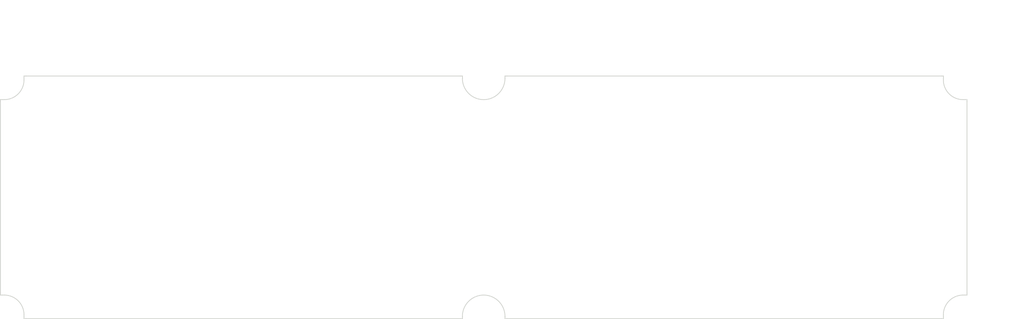
<source format=kicad_pcb>
(kicad_pcb (version 20171130) (host pcbnew "(5.1.0)-1")

  (general
    (thickness 1.6)
    (drawings 80)
    (tracks 0)
    (zones 0)
    (modules 0)
    (nets 1)
  )

  (page A3)
  (layers
    (0 F.Cu signal)
    (31 B.Cu signal)
    (32 B.Adhes user)
    (33 F.Adhes user)
    (34 B.Paste user)
    (35 F.Paste user)
    (36 B.SilkS user)
    (37 F.SilkS user)
    (38 B.Mask user)
    (39 F.Mask user)
    (40 Dwgs.User user)
    (41 Cmts.User user)
    (42 Eco1.User user)
    (43 Eco2.User user)
    (44 Edge.Cuts user)
    (45 Margin user)
    (46 B.CrtYd user)
    (47 F.CrtYd user)
    (48 B.Fab user)
    (49 F.Fab user)
  )

  (setup
    (last_trace_width 0.25)
    (trace_clearance 0.2)
    (zone_clearance 0.508)
    (zone_45_only no)
    (trace_min 0.2)
    (via_size 0.8)
    (via_drill 0.4)
    (via_min_size 0.4)
    (via_min_drill 0.3)
    (uvia_size 0.3)
    (uvia_drill 0.1)
    (uvias_allowed no)
    (uvia_min_size 0.2)
    (uvia_min_drill 0.1)
    (edge_width 0.2)
    (segment_width 0.2)
    (pcb_text_width 0.3)
    (pcb_text_size 1.5 1.5)
    (mod_edge_width 0.12)
    (mod_text_size 1 1)
    (mod_text_width 0.15)
    (pad_size 1.524 1.524)
    (pad_drill 0.762)
    (pad_to_mask_clearance 0.051)
    (solder_mask_min_width 0.25)
    (aux_axis_origin 0 0)
    (visible_elements FFFFFF7F)
    (pcbplotparams
      (layerselection 0x010fc_ffffffff)
      (usegerberextensions false)
      (usegerberattributes false)
      (usegerberadvancedattributes false)
      (creategerberjobfile false)
      (excludeedgelayer true)
      (linewidth 0.152400)
      (plotframeref false)
      (viasonmask false)
      (mode 1)
      (useauxorigin false)
      (hpglpennumber 1)
      (hpglpenspeed 20)
      (hpglpendiameter 15.000000)
      (psnegative false)
      (psa4output false)
      (plotreference true)
      (plotvalue true)
      (plotinvisibletext false)
      (padsonsilk false)
      (subtractmaskfromsilk false)
      (outputformat 1)
      (mirror false)
      (drillshape 1)
      (scaleselection 1)
      (outputdirectory ""))
  )

  (net 0 "")

  (net_class Default "This is the default net class."
    (clearance 0.2)
    (trace_width 0.25)
    (via_dia 0.8)
    (via_drill 0.4)
    (uvia_dia 0.3)
    (uvia_drill 0.1)
  )

  (gr_line (start 323.896485 181.400022) (end 323.896485 180.900141) (layer Edge.Cuts) (width 0.2) (tstamp 5E29BBF0))
  (gr_line (start 323.396604 181.400022) (end 323.896485 181.400022) (layer Edge.Cuts) (width 0.2))
  (gr_line (start 212.471 181.400022) (end 212.471 180.8988) (layer Edge.Cuts) (width 0.2))
  (gr_line (start 212.966637 181.400022) (end 212.471 181.400022) (layer Edge.Cuts) (width 0.2))
  (gr_line (start 201.6379 181.400022) (end 201.646485 180.900141) (layer Edge.Cuts) (width 0.2) (tstamp 5E29BBA4))
  (gr_line (start 201.146604 181.400022) (end 201.6379 181.400022) (layer Edge.Cuts) (width 0.2))
  (gr_line (start 329.896485 175.400022) (end 329.396604 175.400022) (layer Edge.Cuts) (width 0.2) (tstamp 5E1901C1))
  (gr_line (start 329.896485 174.900141) (end 329.896485 175.400022) (layer Edge.Cuts) (width 0.2))
  (gr_line (start 201.646485 119.720293) (end 201.646485 120.220174) (layer Edge.Cuts) (width 0.2) (tstamp 5E19015D))
  (gr_line (start 201.146604 119.720293) (end 201.646485 119.720293) (layer Edge.Cuts) (width 0.2))
  (gr_line (start 329.896485 125.720293) (end 329.896485 126.220174) (layer Edge.Cuts) (width 0.2) (tstamp 5E19011F))
  (gr_line (start 329.396604 125.720293) (end 329.896485 125.720293) (layer Edge.Cuts) (width 0.2))
  (gr_line (start 323.896485 119.720293) (end 323.896485 120.220174) (layer Edge.Cuts) (width 0.2) (tstamp 5E190075))
  (gr_line (start 323.396604 119.720293) (end 323.896485 119.720293) (layer Edge.Cuts) (width 0.2))
  (gr_line (start 212.966837 119.720293) (end 212.466956 119.720293) (layer Edge.Cuts) (width 0.2) (tstamp 5E18FE37))
  (gr_line (start 212.466956 119.720293) (end 212.466956 120.220174) (layer Edge.Cuts) (width 0.2) (tstamp 5E18FE36))
  (gr_line (start 90.216756 119.720293) (end 90.216756 120.220174) (layer Edge.Cuts) (width 0.2) (tstamp 5E18FD24))
  (gr_line (start 90.716637 119.720293) (end 90.216756 119.720293) (layer Edge.Cuts) (width 0.2))
  (gr_line (start 84.216756 125.720293) (end 84.716637 125.720293) (layer Edge.Cuts) (width 0.2) (tstamp 5E18FCCD))
  (gr_line (start 84.216756 126.220174) (end 84.216756 125.720293) (layer Edge.Cuts) (width 0.2))
  (gr_line (start 90.216756 181.400022) (end 90.716637 181.400022) (layer Edge.Cuts) (width 0.2) (tstamp 5E18FC4B))
  (gr_line (start 90.216756 180.900141) (end 90.216756 181.400022) (layer Edge.Cuts) (width 0.2))
  (gr_line (start 84.216756 175.3997) (end 84.716637 175.400022) (layer Edge.Cuts) (width 0.2) (tstamp 5E18FB2A))
  (gr_line (start 84.216756 174.900141) (end 84.216756 175.3997) (layer Edge.Cuts) (width 0.2))
  (gr_line (start 201.646485 180.900141) (end 201.646485 180.810157) (layer Edge.Cuts) (width 0.2))
  (gr_arc (start 207.05662 180.810157) (end 212.466756 180.810157) (angle -180) (layer Edge.Cuts) (width 0.2))
  (gr_line (start 212.466756 180.810157) (end 212.466756 180.900141) (layer Edge.Cuts) (width 0.2))
  (gr_line (start 212.966637 181.400022) (end 323.396604 181.400022) (layer Edge.Cuts) (width 0.2))
  (gr_line (start 323.896485 180.900141) (end 323.896485 180.410157) (layer Edge.Cuts) (width 0.2))
  (gr_arc (start 328.90662 180.410157) (end 328.90662 175.400022) (angle -90) (layer Edge.Cuts) (width 0.2))
  (gr_line (start 328.90662 175.400022) (end 329.396604 175.400022) (layer Edge.Cuts) (width 0.2))
  (gr_line (start 329.896485 174.900141) (end 329.896485 126.220174) (layer Edge.Cuts) (width 0.2))
  (gr_line (start 329.396604 125.720293) (end 328.90662 125.720293) (layer Edge.Cuts) (width 0.2))
  (gr_arc (start 328.90662 120.710157) (end 323.896485 120.710157) (angle -90) (layer Edge.Cuts) (width 0.2))
  (gr_line (start 323.896485 120.710157) (end 323.896485 120.220174) (layer Edge.Cuts) (width 0.2))
  (gr_line (start 323.396604 119.720293) (end 212.966637 119.720293) (layer Edge.Cuts) (width 0.2))
  (gr_line (start 212.466756 120.220174) (end 212.466756 120.310157) (layer Edge.Cuts) (width 0.2))
  (gr_arc (start 207.05662 120.310157) (end 201.646485 120.310157) (angle -180) (layer Edge.Cuts) (width 0.2))
  (gr_line (start 201.646485 120.310157) (end 201.646485 120.220174) (layer Edge.Cuts) (width 0.2))
  (gr_line (start 201.146604 119.720293) (end 90.716637 119.720293) (layer Edge.Cuts) (width 0.2))
  (gr_line (start 90.216756 120.220174) (end 90.216756 120.710157) (layer Edge.Cuts) (width 0.2))
  (gr_arc (start 85.20662 120.710157) (end 85.20662 125.720293) (angle -90.00000038) (layer Edge.Cuts) (width 0.2))
  (gr_line (start 85.20662 125.720293) (end 84.716637 125.720293) (layer Edge.Cuts) (width 0.2))
  (gr_line (start 84.216756 126.220174) (end 84.216756 174.900141) (layer Edge.Cuts) (width 0.2))
  (gr_line (start 84.716637 175.400022) (end 85.20662 175.400022) (layer Edge.Cuts) (width 0.2))
  (gr_arc (start 85.20662 180.410157) (end 90.216756 180.410157) (angle -90.00000038) (layer Edge.Cuts) (width 0.2))
  (gr_line (start 90.216756 180.410157) (end 90.216756 180.900141) (layer Edge.Cuts) (width 0.2))
  (gr_line (start 90.716637 181.400022) (end 201.146604 181.400022) (layer Edge.Cuts) (width 0.2))
  (gr_text [R0.20] (at 316.387028 174.915305) (layer Dwgs.User)
    (effects (font (size 1.7 1.53) (thickness 0.2125)))
  )
  (gr_text " R5.01" (at 316.387028 171.35787) (layer Dwgs.User)
    (effects (font (size 1.7 1.53) (thickness 0.2125)))
  )
  (gr_line (start 322.857799 173.025844) (end 324.464411 174.987172) (layer Dwgs.User) (width 0.2))
  (gr_line (start 320.857799 173.025844) (end 322.857799 173.025844) (layer Dwgs.User) (width 0.2))
  (gr_text [R0.21] (at 219.812969 133.073797) (layer Dwgs.User)
    (effects (font (size 1.7 1.53) (thickness 0.2125)))
  )
  (gr_text " R5.41" (at 219.812969 129.516361) (layer Dwgs.User)
    (effects (font (size 1.7 1.53) (thickness 0.2125)))
  )
  (gr_line (start 213.342198 131.184335) (end 210.764948 126.72564) (layer Dwgs.User) (width 0.2))
  (gr_line (start 215.342198 131.184335) (end 213.342198 131.184335) (layer Dwgs.User) (width 0.2))
  (gr_text [4.39] (at 244.909601 113.59784) (layer Dwgs.User)
    (effects (font (size 1.7 1.53) (thickness 0.2125)))
  )
  (gr_text " 111.43" (at 244.909601 110.039825) (layer Dwgs.User)
    (effects (font (size 1.7 1.53) (thickness 0.2125)))
  )
  (gr_line (start 321.896485 111.708379) (end 249.617514 111.708379) (layer Dwgs.User) (width 0.2))
  (gr_line (start 214.466756 111.708379) (end 240.201688 111.708379) (layer Dwgs.User) (width 0.2))
  (gr_line (start 323.896485 119.220174) (end 323.896485 108.533379) (layer Dwgs.User) (width 0.2))
  (gr_line (start 212.466756 119.310157) (end 212.466756 108.533379) (layer Dwgs.User) (width 0.2))
  (gr_text [1.96] (at 334.354382 150.184329) (layer Dwgs.User)
    (effects (font (size 1.7 1.53) (thickness 0.2125)))
  )
  (gr_text " 49.68" (at 334.354382 146.626893) (layer Dwgs.User)
    (effects (font (size 1.7 1.53) (thickness 0.2125)))
  )
  (gr_line (start 334.354382 127.720293) (end 334.354382 144.737432) (layer Dwgs.User) (width 0.2))
  (gr_line (start 334.354382 173.400022) (end 334.354382 151.852303) (layer Dwgs.User) (width 0.2))
  (gr_line (start 330.396604 125.720293) (end 337.529382 125.720293) (layer Dwgs.User) (width 0.2))
  (gr_line (start 330.396604 175.400022) (end 337.529382 175.400022) (layer Dwgs.User) (width 0.2))
  (gr_text [2.43] (at 340.382695 160.516555) (layer Dwgs.User)
    (effects (font (size 1.7 1.53) (thickness 0.2125)))
  )
  (gr_text " 61.68" (at 340.382695 156.95912) (layer Dwgs.User)
    (effects (font (size 1.7 1.53) (thickness 0.2125)))
  )
  (gr_line (start 340.382695 121.720293) (end 340.382695 155.069659) (layer Dwgs.User) (width 0.2))
  (gr_line (start 340.382695 179.400022) (end 340.382695 162.184529) (layer Dwgs.User) (width 0.2))
  (gr_line (start 324.396604 119.720293) (end 343.557695 119.720293) (layer Dwgs.User) (width 0.2))
  (gr_line (start 324.396604 181.400022) (end 343.557695 181.400022) (layer Dwgs.User) (width 0.2))
  (gr_text [9.67] (at 230.991488 105.560173) (layer Dwgs.User)
    (effects (font (size 1.7 1.53) (thickness 0.2125)))
  )
  (gr_text " 245.68" (at 230.991488 102.002738) (layer Dwgs.User)
    (effects (font (size 1.7 1.53) (thickness 0.2125)))
  )
  (gr_line (start 86.216756 103.670712) (end 226.281835 103.670712) (layer Dwgs.User) (width 0.2))
  (gr_line (start 327.896485 103.670712) (end 235.70114 103.670712) (layer Dwgs.User) (width 0.2))
  (gr_line (start 84.216756 125.220174) (end 84.216756 100.495712) (layer Dwgs.User) (width 0.2))
  (gr_line (start 329.896485 125.220174) (end 329.896485 100.495712) (layer Dwgs.User) (width 0.2))

)

</source>
